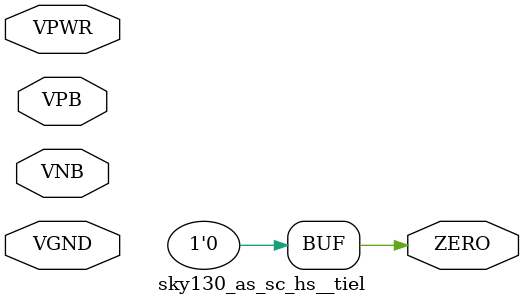
<source format=v>
`default_nettype none

module sky130_as_sc_hs__inv_2 (
	input A,
	output Y,
	
	input VPWR,
	input VGND,
	input VPB,
	input VNB
);

assign Y = ~A;

endmodule

module sky130_as_sc_hs__inv_4 (
	input A,
	output Y,
	
	input VPWR,
	input VGND,
	input VPB,
	input VNB
);

assign Y = ~A;

endmodule

module sky130_as_sc_hs__inv_6 (
	input A,
	output Y,
	
	input VPWR,
	input VGND,
	input VPB,
	input VNB
);

assign Y = ~A;

endmodule

module sky130_as_sc_hs__xnor2_2 (
	input A,
	input B,
	output Y,
	
	input VPWR,
	input VGND,
	input VPB,
	input VNB
);

assign Y = (A&B) | ((!A)&(!B));

endmodule

module sky130_as_sc_hs__xnor2_4 (
	input A,
	input B,
	output Y,
	
	input VPWR,
	input VGND,
	input VPB,
	input VNB
);

assign Y = (A&B) | ((!A)&(!B));

endmodule

module sky130_as_sc_hs__nand2_2 (
	input A,
	input B,
	output Y,
	
	input VPWR,
	input VGND,
	input VPB,
	input VNB
);

assign Y = ~(A & B);

endmodule

module sky130_as_sc_hs__nand2_4 (
	input A,
	input B,
	output Y,
	
	input VPWR,
	input VGND,
	input VPB,
	input VNB
);

assign Y = ~(A & B);

endmodule

module sky130_as_sc_hs__nand3_2 (
	input A,
	input B,
	input C,
	output Y,
	
	input VPWR,
	input VGND,
	input VPB,
	input VNB
);

assign Y = ~(A & B & C);

endmodule

module sky130_as_sc_hs__nand4_2 (
	input A,
	input B,
	input C,
	input D,
	output Y,
	
	input VPWR,
	input VGND,
	input VPB,
	input VNB
);

assign Y = ~(A & B & C & D);

endmodule

module sky130_as_sc_hs__nor3_2 (
	input A,
	input B,
	input C,
	output Y,
	
	input VPWR,
	input VGND,
	input VPB,
	input VNB
);

assign Y = ~(A | B | C);

endmodule

module sky130_as_sc_hs__maj3_2 (
	input A,
	input B,
	input C,
	output Y,
	
	input VPWR,
	input VGND,
	input VPB,
	input VNB
);

assign Y = (A & B) | (B & C) | (A & C);

endmodule

module sky130_as_sc_hs__maj3_4 (
	input A,
	input B,
	input C,
	output Y,
	
	input VPWR,
	input VGND,
	input VPB,
	input VNB
);

assign Y = (A & B) | (B & C) | (A & C);

endmodule

module sky130_as_sc_hs__ao22_2 (
	input A,
	input B,
	input C,
	input D,
	output Y,
	
	input VPWR,
	input VGND,
	input VPB,
	input VNB
);

assign Y = (A & B) | (C & D);

endmodule

module sky130_as_sc_hs__ao22_4 (
	input A,
	input B,
	input C,
	input D,
	output Y,
	
	input VPWR,
	input VGND,
	input VPB,
	input VNB
);

assign Y = (A & B) | (C & D);

endmodule

module sky130_as_sc_hs__aoi31_2 (
	input A,
	input B,
	input C,
	input D,
	output Y,
	
	input VPWR,
	input VGND,
	input VPB,
	input VNB
);

assign Y = ~((A & B & C) | D);

endmodule

module sky130_as_sc_hs__ao31_2 (
	input A,
	input B,
	input C,
	input D,
	output Y,
	
	input VPWR,
	input VGND,
	input VPB,
	input VNB
);

assign Y = (A & B & C) | D;

endmodule

module sky130_as_sc_hs__ao31_4 (
	input A,
	input B,
	input C,
	input D,
	output Y,
	
	input VPWR,
	input VGND,
	input VPB,
	input VNB
);

assign Y = (A & B & C) | D;

endmodule

module sky130_as_sc_hs__oai21_2 (
	input A,
	input B,
	input C,
	output Y,
	
	input VPWR,
	input VGND,
	input VPB,
	input VNB
);

assign Y = ~((A | B) & C);

endmodule

module sky130_as_sc_hs__oa21_2 (
	input A,
	input B,
	input C,
	output Y,
	
	input VPWR,
	input VGND,
	input VPB,
	input VNB
);

assign Y = (A | B) & C;

endmodule

module sky130_as_sc_hs__oa21_4 (
	input A,
	input B,
	input C,
	output Y,
	
	input VPWR,
	input VGND,
	input VPB,
	input VNB
);

assign Y = (A | B) & C;

endmodule

module sky130_as_sc_hs__oai22_2 (
	input A,
	input B,
	input C,
	input D,
	output Y,
	
	input VPWR,
	input VGND,
	input VPB,
	input VNB
);

assign Y = ~((A | B) & (C | D));

endmodule

module sky130_as_sc_hs__oa22_2 (
	input A,
	input B,
	input C,
	input D,
	output Y,
	
	input VPWR,
	input VGND,
	input VPB,
	input VNB
);

assign Y = (A | B) & (C | D);

endmodule

module sky130_as_sc_hs__oa22_4 (
	input A,
	input B,
	input C,
	input D,
	output Y,
	
	input VPWR,
	input VGND,
	input VPB,
	input VNB
);

assign Y = (A | B) & (C | D);

endmodule

module sky130_as_sc_hs__aoi21_2 (
	input A,
	input B,
	input C,
	output Y,
	
	input VPWR,
	input VGND,
	input VPB,
	input VNB
);

assign Y = ~((A & B) | C);

endmodule

module sky130_as_sc_hs__ao21_2 (
	input A,
	input B,
	input C,
	output Y,
	
	input VPWR,
	input VGND,
	input VPB,
	input VNB
);

assign Y = (A & B) | C;

endmodule

module sky130_as_sc_hs__ao21_4 (
	input A,
	input B,
	input C,
	output Y,
	
	input VPWR,
	input VGND,
	input VPB,
	input VNB
);

assign Y = (A & B) | C;

endmodule

module sky130_as_sc_hs__ao21b_2 (
	input A,
	input B,
	input C,
	output Y,
	
	input VPWR,
	input VGND,
	input VPB,
	input VNB
);

assign Y = ((~A) & B) | C;

endmodule

module sky130_as_sc_hs__ao21b_4 (
	input A,
	input B,
	input C,
	output Y,
	
	input VPWR,
	input VGND,
	input VPB,
	input VNB
);

assign Y = ((~A) & B) | C;

endmodule

module sky130_as_sc_hs__aoi22_2 (
	input A,
	input B,
	input C,
	input D,
	output Y,
	
	input VPWR,
	input VGND,
	input VPB,
	input VNB
);

assign Y = ~((A & B) | (C & D));

endmodule

module sky130_as_sc_hs__aoi21b_2 (
	input A,
	input B,
	input C,
	output Y,
	
	input VPWR,
	input VGND,
	input VPB,
	input VNB
);

assign Y = ~((A & B) | (~C));

endmodule

module sky130_as_sc_hs__aoi211_2 (
	input A,
	input B,
	input C,
	input D,
	output Y,
	
	input VPWR,
	input VGND,
	input VPB,
	input VNB
);

assign Y = ~((A & B) | C | D);

endmodule

module sky130_as_sc_hs__iao211_2 (
	input A,
	input B,
	input C,
	input D,
	output Y,
	
	input VPWR,
	input VGND,
	input VPB,
	input VNB
);

assign Y = ~((A | B) & C & D);

endmodule

module sky130_as_sc_hs__mux2_2(
	input VPWR,
	input VGND,
	input VPB,
	input VNB,
	input A,
	input B,
	input S,
	output Y
);

assign Y = (S&B) | ((!S)&A);

endmodule

module sky130_as_sc_hs__mux2_4(
	input VPWR,
	input VGND,
	input VPB,
	input VNB,
	input A,
	input B,
	input S,
	output Y
);

assign Y = (S&B) | ((!S)&A);

endmodule

module sky130_as_sc_hs__nand2b_2 (
	input A,
	input B,
	output Y,
	
	input VPWR,
	input VGND,
	input VPB,
	input VNB
);

assign Y = A | (!B);

endmodule

module sky130_as_sc_hs__and2_2(
	input A,
	input B,
	output Y,
	
	input VPWR,
	input VGND,
	input VPB,
	input VNB
);

assign Y = A & B;

endmodule

module sky130_as_sc_hs__and2_4(
	input A,
	input B,
	output Y,
	
	input VPWR,
	input VGND,
	input VPB,
	input VNB
);

assign Y = A & B;

endmodule

module sky130_as_sc_hs__nor2_2 (
	input A,
	input B,
	output Y,
	
	input VPWR,
	input VGND,
	input VPB,
	input VNB
);

assign Y = ~(A | B);

endmodule

module sky130_as_sc_hs__nor2_4 (
	input A,
	input B,
	output Y,
	
	input VPWR,
	input VGND,
	input VPB,
	input VNB
);

assign Y = ~(A | B);

endmodule

module sky130_as_sc_hs__nor2b_2 (
	input A,
	input B,
	output Y,
	
	input VPWR,
	input VGND,
	input VPB,
	input VNB
);

assign Y = (!A) & B;

endmodule

module sky130_as_sc_hs__or2_2 (
	input A,
	input B,
	output Y,
	
	input VPWR,
	input VGND,
	input VPB,
	input VNB
);

assign Y = A | B;

endmodule

module sky130_as_sc_hs__or2_4 (
	input A,
	input B,
	output Y,
	
	input VPWR,
	input VGND,
	input VPB,
	input VNB
);

assign Y = A | B;

endmodule

module sky130_as_sc_hs__buff_2 (
	input A,
	output Y,
	
	input VPWR,
	input VGND,
	input VPB,
	input VNB
);

assign Y = A;

endmodule

module sky130_as_sc_hs__buff_4 (
	input A,
	output Y,
	
	input VPWR,
	input VGND,
	input VPB,
	input VNB
);

assign Y = A;

endmodule

module sky130_as_sc_hs__buff_6 (
	input A,
	output Y,
	
	input VPWR,
	input VGND,
	input VPB,
	input VNB
);

assign Y = A;

endmodule

module sky130_as_sc_hs__buff_8 (
	input A,
	output Y,
	
	input VPWR,
	input VGND,
	input VPB,
	input VNB
);

assign Y = A;

endmodule

module sky130_as_sc_hs__buff_11 (
	input A,
	output Y,
	
	input VPWR,
	input VGND,
	input VPB,
	input VNB
);

assign Y = A;

endmodule

module sky130_as_sc_hs__clkbuff_4 (
	input A,
	output Y,
	
	input VPWR,
	input VGND,
	input VPB,
	input VNB
);

assign Y = A;

endmodule

module sky130_as_sc_hs__clkbuff_8 (
	input A,
	output Y,
	
	input VPWR,
	input VGND,
	input VPB,
	input VNB
);

assign Y = A;

endmodule

module sky130_as_sc_hs__clkbuff_11 (
	input A,
	output Y,
	
	input VPWR,
	input VGND,
	input VPB,
	input VNB
);

assign Y = A;

endmodule

module sky130_as_sc_hs__diode_2 (
	input DIODE,
	
	input VPWR,
	input VGND,
	input VPB,
	input VNB
);

endmodule

module sky130_as_sc_hs__hcf_10 (
	input HCF,
	
	input VPWR,
	input VGND,
	input VPB,
	input VNB
);

endmodule

module sky130_as_sc_hs__dfxtp_2 (
	input CLK,
	input D,
	output reg Q,
	
	input VPWR,
	input VGND,
	input VPB,
	input VNB
);

always @(posedge CLK) begin
	Q <= D;
end

endmodule

module sky130_as_sc_hs__dfxtp_4 (
	input CLK,
	input D,
	output reg Q,
	
	input VPWR,
	input VGND,
	input VPB,
	input VNB
);

always @(posedge CLK) begin
	Q <= D;
end

endmodule

module sky130_as_sc_hs__dfxtn_2 (
	input CLK,
	input D,
	output reg Q,
	
	input VPWR,
	input VGND,
	input VPB,
	input VNB
);

always @(negedge CLK) begin
	Q <= D;
end

endmodule

module sky130_as_sc_hs__dfxtn_4 (
	input CLK,
	input D,
	output reg Q,
	
	input VPWR,
	input VGND,
	input VPB,
	input VNB
);

always @(negedge CLK) begin
	Q <= D;
end

endmodule

module sky130_as_sc_hs__dfxfp_2 (
	input CLK,
	input D,
	output reg Q,
	
	input VPWR,
	input VGND,
	input VPB,
	input VNB
);

always @(posedge CLK) begin
	Q <= !D;
end

endmodule

module sky130_as_sc_hs__dfxfp_4 (
	input CLK,
	input D,
	output reg Q,
	
	input VPWR,
	input VGND,
	input VPB,
	input VNB
);

always @(posedge CLK) begin
	Q <= !D;
end

endmodule

module sky130_as_sc_hs__dfxbp_2 (
	input CLK,
	input D,
	output Q,
	output NQ,
	
	input VPWR,
	input VGND,
	input VPB,
	input VNB
);

reg state;
assign Q = state;
assign NQ = !state;

always @(posedge CLK) begin
	state <= D;
end

endmodule

module sky130_as_sc_hs__dyn_dfxtp_2 (
	input CLK,
	input D,
	output reg Q,
	
	input VPWR,
	input VGND,
	input VPB,
	input VNB
);

always @(posedge CLK) begin
	Q <= D;
end

endmodule

module sky130_as_sc_hs__dyn_dfxtp_4 (
	input CLK,
	input D,
	output reg Q,
	
	input VPWR,
	input VGND,
	input VPB,
	input VNB
);

always @(posedge CLK) begin
	Q <= D;
end

endmodule

module sky130_as_sc_hs__dyn_dfxtn_2 (
	input CLK,
	input D,
	output reg Q,
	
	input VPWR,
	input VGND,
	input VPB,
	input VNB
);

always @(negedge CLK) begin
	Q <= D;
end

endmodule

module sky130_as_sc_hs__decap_3(
	input VPWR,
	input VGND,
	input VPB,
	input VNB
);
endmodule

module sky130_as_sc_hs__decap_4(
	input VPWR,
	input VGND,
	input VPB,
	input VNB
);
endmodule

module sky130_as_sc_hs__decap_16(
	input VPWR,
	input VGND,
	input VPB,
	input VNB
);
endmodule

module sky130_as_sc_hs__tap_1(
	input VPWR,
	input VGND,
	input VPB,
	input VNB
);
endmodule

module sky130_as_sc_hs__fill_1(
	input VPWR,
	input VGND,
	input VPB
);
endmodule

module sky130_as_sc_hs__fill_2(
	input VPWR,
	input VGND,
	input VPB
);
endmodule

module sky130_as_sc_hs__fill_4(
	input VPWR,
	input VGND,
	input VPB
);
endmodule

module sky130_as_sc_hs__fill_8(
	input VPWR,
	input VGND,
	input VPB
);
endmodule

module sky130_as_sc_hs__fill_16(
	input VPWR,
	input VGND,
	input VPB
);
endmodule

module sky130_ef_sc_hd__fill_4(
	input VPWR,
	input VGND,
	input VPB,
	input VNB
);
endmodule

module sky130_as_sc_hs__tieh(
	output ONE,
	
	input VPWR,
	input VGND,
	input VPB,
	input VNB
);

assign ONE = 1'b1;

endmodule

module sky130_as_sc_hs__tiel(
	output ZERO,
	
	input VPWR,
	input VGND,
	input VPB,
	input VNB
);

assign ZERO = 1'b0;

endmodule

</source>
